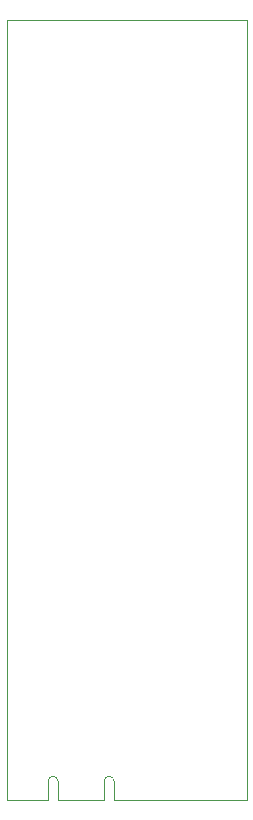
<source format=gm1>
G04 #@! TF.GenerationSoftware,KiCad,Pcbnew,8.0.5*
G04 #@! TF.CreationDate,2024-10-24T23:20:29+02:00*
G04 #@! TF.ProjectId,iot-opentherm,696f742d-6f70-4656-9e74-6865726d2e6b,rev?*
G04 #@! TF.SameCoordinates,Original*
G04 #@! TF.FileFunction,Profile,NP*
%FSLAX46Y46*%
G04 Gerber Fmt 4.6, Leading zero omitted, Abs format (unit mm)*
G04 Created by KiCad (PCBNEW 8.0.5) date 2024-10-24 23:20:29*
%MOMM*%
%LPD*%
G01*
G04 APERTURE LIST*
G04 #@! TA.AperFunction,Profile*
%ADD10C,0.101600*%
G04 #@! TD*
G04 #@! TA.AperFunction,Profile*
%ADD11C,0.100000*%
G04 #@! TD*
G04 APERTURE END LIST*
D10*
X125998400Y-112143200D02*
X123444000Y-112141000D01*
X123444000Y-46101000D02*
X143764000Y-46101000D01*
X143764000Y-112141000D02*
X133498400Y-112143200D01*
X143764000Y-46101000D02*
X143764000Y-112141000D01*
X123444000Y-112141000D02*
X123444000Y-46101000D01*
X125998400Y-112143200D02*
X125998400Y-112143200D01*
D11*
X125998400Y-112143200D02*
X126948400Y-112143200D01*
X126948400Y-110568200D02*
X126948400Y-112143200D01*
X127798400Y-110568200D02*
X127798400Y-112143200D01*
X127798400Y-112143200D02*
X131698400Y-112143200D01*
X131698400Y-110568200D02*
X131698400Y-112143200D01*
X132548400Y-110568200D02*
X132548400Y-112143200D01*
X132548400Y-112143200D02*
X133498400Y-112143200D01*
X126948400Y-110568200D02*
G75*
G02*
X127798400Y-110568200I425000J0D01*
G01*
X131698400Y-110568200D02*
G75*
G02*
X132548400Y-110568200I425000J0D01*
G01*
M02*

</source>
